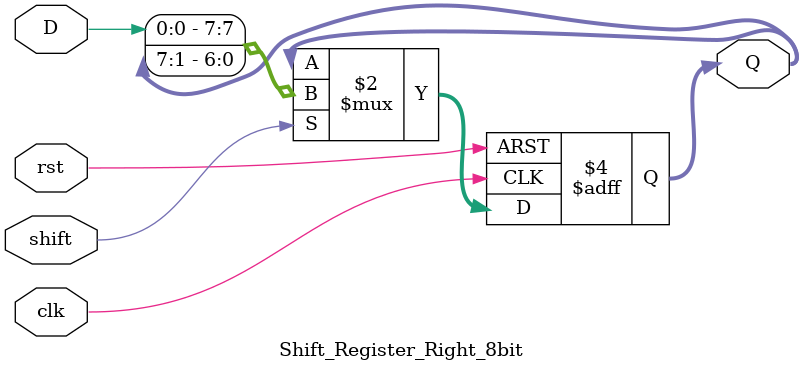
<source format=v>
module Shift_Register_Right_8bit (
    input [7:0] D,  // Data input
    input clk,
    input rst,
    input shift,  // Shift enable
    output reg [7:0] Q
);
    always @(posedge clk or posedge rst) begin
        if (rst)
            Q <= 8'b00000000;  // Reset to 0
        else if (shift)
            Q <= {D[0], Q[7:1]};  // Shift right and insert the LSB of D into the MSB
    end
endmodule

</source>
